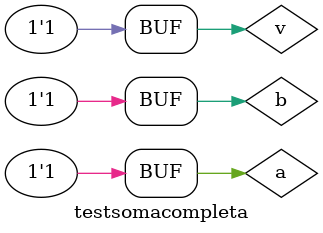
<source format=v>


module meiasoma (s0, s1, a, b);

 output s0, s1;
 input  a, b;
 
xor XOR1 (s0, a, b);
and AND1 (s1, a, b);
 
 endmodule //meiasoma
 
// ---------------------
// -- module soma completa
// ---------------------

module somacompleta(s0, s1, a, b, v);

wire q0,q1,q2;
output s0, s1;
input a, b, v;

meiasoma MS1 (q0, q1, a, b);
meiasoma MS2 (s0, q2, q0, v);
or OR1 (s1, q1, q2);

endmodule // soma completa

// --------------------------
// -- test soma completa
// --------------------------

module testsomacompleta;
 reg   a, b, v;             
 wire  s0, s1;
          // instancia
 somacompleta SOMACOMPLETA1 (s0, s1, a, b, v);

 initial begin:start
      a=0; b=0; v=0;
 end

          // parte principal
 initial begin:main
      $display("Guia 04_02 - Anderson Belchior de Carvalho - 396673");
      $display("Operador Soma-Completa usando dois circuitos Meia-Soma.");
      $display("\nv a b = s0 s1\n");
      $monitor(" %b %b %b = %b %b", v, a, b, s0, s1);
#1 a=0;b=1;v=0;
#1 a=1;b=0;v=0;
#1 a=1;b=1;v=0;
#1 a=0;b=0;v=1;
#1 a=0;b=1;v=1;
#1 a=1;b=0;v=1;
#1 a=1;b=1;v=1;
  
 end

endmodule // testmeiadiferenca
</source>
